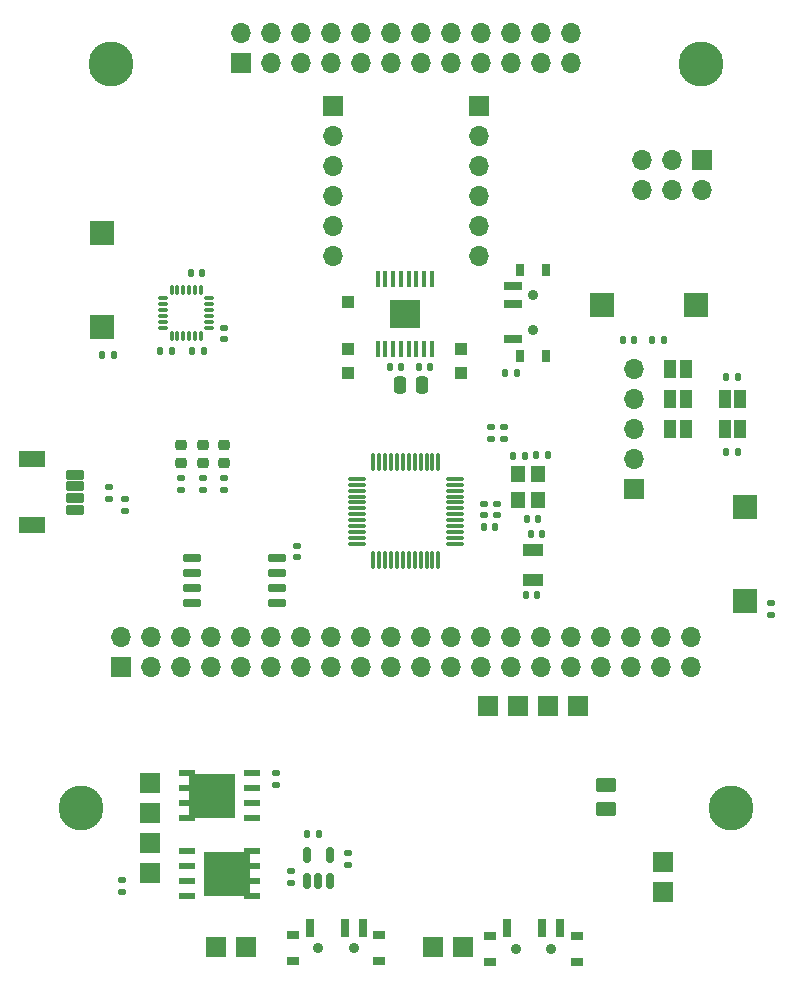
<source format=gts>
%TF.GenerationSoftware,KiCad,Pcbnew,(6.0.0-0)*%
%TF.CreationDate,2022-06-01T15:58:03+02:00*%
%TF.ProjectId,Zumo_PiZero,5a756d6f-5f50-4695-9a65-726f2e6b6963,rev?*%
%TF.SameCoordinates,Original*%
%TF.FileFunction,Soldermask,Top*%
%TF.FilePolarity,Negative*%
%FSLAX46Y46*%
G04 Gerber Fmt 4.6, Leading zero omitted, Abs format (unit mm)*
G04 Created by KiCad (PCBNEW (6.0.0-0)) date 2022-06-01 15:58:03*
%MOMM*%
%LPD*%
G01*
G04 APERTURE LIST*
G04 Aperture macros list*
%AMRoundRect*
0 Rectangle with rounded corners*
0 $1 Rounding radius*
0 $2 $3 $4 $5 $6 $7 $8 $9 X,Y pos of 4 corners*
0 Add a 4 corners polygon primitive as box body*
4,1,4,$2,$3,$4,$5,$6,$7,$8,$9,$2,$3,0*
0 Add four circle primitives for the rounded corners*
1,1,$1+$1,$2,$3*
1,1,$1+$1,$4,$5*
1,1,$1+$1,$6,$7*
1,1,$1+$1,$8,$9*
0 Add four rect primitives between the rounded corners*
20,1,$1+$1,$2,$3,$4,$5,0*
20,1,$1+$1,$4,$5,$6,$7,0*
20,1,$1+$1,$6,$7,$8,$9,0*
20,1,$1+$1,$8,$9,$2,$3,0*%
G04 Aperture macros list end*
%ADD10RoundRect,0.150000X-0.650000X-0.150000X0.650000X-0.150000X0.650000X0.150000X-0.650000X0.150000X0*%
%ADD11RoundRect,0.135000X-0.185000X0.135000X-0.185000X-0.135000X0.185000X-0.135000X0.185000X0.135000X0*%
%ADD12R,1.700000X1.700000*%
%ADD13RoundRect,0.250000X-0.625000X0.350000X-0.625000X-0.350000X0.625000X-0.350000X0.625000X0.350000X0*%
%ADD14C,3.800000*%
%ADD15RoundRect,0.140000X-0.140000X-0.170000X0.140000X-0.170000X0.140000X0.170000X-0.140000X0.170000X0*%
%ADD16RoundRect,0.135000X0.135000X0.185000X-0.135000X0.185000X-0.135000X-0.185000X0.135000X-0.185000X0*%
%ADD17RoundRect,0.101600X-0.674370X0.299720X-0.674370X-0.299720X0.674370X-0.299720X0.674370X0.299720X0*%
%ADD18RoundRect,0.101600X-0.999490X0.599440X-0.999490X-0.599440X0.999490X-0.599440X0.999490X0.599440X0*%
%ADD19R,0.449999X1.400000*%
%ADD20R,2.560000X2.460000*%
%ADD21RoundRect,0.140000X0.170000X-0.140000X0.170000X0.140000X-0.170000X0.140000X-0.170000X-0.140000X0*%
%ADD22RoundRect,0.140000X0.140000X0.170000X-0.140000X0.170000X-0.140000X-0.170000X0.140000X-0.170000X0*%
%ADD23R,1.200000X1.400000*%
%ADD24R,2.000000X2.000000*%
%ADD25O,1.700000X1.700000*%
%ADD26RoundRect,0.150000X0.150000X-0.512500X0.150000X0.512500X-0.150000X0.512500X-0.150000X-0.512500X0*%
%ADD27R,1.420000X0.610000*%
%ADD28R,3.910000X3.750000*%
%ADD29RoundRect,0.250000X-0.250000X-0.475000X0.250000X-0.475000X0.250000X0.475000X-0.250000X0.475000X0*%
%ADD30RoundRect,0.140000X-0.170000X0.140000X-0.170000X-0.140000X0.170000X-0.140000X0.170000X0.140000X0*%
%ADD31R,1.000000X1.000000*%
%ADD32C,0.900000*%
%ADD33R,1.000000X0.800000*%
%ADD34R,0.700000X1.500000*%
%ADD35RoundRect,0.135000X-0.135000X-0.185000X0.135000X-0.185000X0.135000X0.185000X-0.135000X0.185000X0*%
%ADD36RoundRect,0.135000X0.185000X-0.135000X0.185000X0.135000X-0.185000X0.135000X-0.185000X-0.135000X0*%
%ADD37RoundRect,0.218750X-0.256250X0.218750X-0.256250X-0.218750X0.256250X-0.218750X0.256250X0.218750X0*%
%ADD38RoundRect,0.075000X0.662500X0.075000X-0.662500X0.075000X-0.662500X-0.075000X0.662500X-0.075000X0*%
%ADD39RoundRect,0.075000X0.075000X0.662500X-0.075000X0.662500X-0.075000X-0.662500X0.075000X-0.662500X0*%
%ADD40RoundRect,0.075000X-0.350000X-0.075000X0.350000X-0.075000X0.350000X0.075000X-0.350000X0.075000X0*%
%ADD41RoundRect,0.075000X0.075000X-0.350000X0.075000X0.350000X-0.075000X0.350000X-0.075000X-0.350000X0*%
%ADD42R,1.000000X1.500000*%
%ADD43R,1.800000X1.000000*%
%ADD44R,0.800000X1.000000*%
%ADD45R,1.500000X0.700000*%
G04 APERTURE END LIST*
D10*
%TO.C,U6*%
X94922000Y-108213000D03*
X94922000Y-109483000D03*
X94922000Y-110753000D03*
X94922000Y-112023000D03*
X102122000Y-112023000D03*
X102122000Y-110753000D03*
X102122000Y-109483000D03*
X102122000Y-108213000D03*
%TD*%
D11*
%TO.C,R1*%
X89000000Y-135500000D03*
X89000000Y-136520000D03*
%TD*%
%TO.C,R11*%
X121349000Y-97173000D03*
X121349000Y-98193000D03*
%TD*%
D12*
%TO.C,U1*%
X134750000Y-136495000D03*
X134750000Y-133955000D03*
D13*
X129950000Y-129495000D03*
X129950000Y-127495000D03*
D12*
X127580000Y-120795000D03*
X125040000Y-120795000D03*
X122500000Y-120795000D03*
X119960000Y-120795000D03*
X91300000Y-127293000D03*
X91300000Y-129833000D03*
X91300000Y-132373000D03*
X91300000Y-134913000D03*
X96960000Y-141195000D03*
X99500000Y-141195000D03*
X115300000Y-141195000D03*
X117840000Y-141195000D03*
%TD*%
D14*
%TO.C,H1*%
X88000000Y-66400000D03*
%TD*%
%TO.C,H3*%
X140500000Y-129400000D03*
%TD*%
D11*
%TO.C,R7*%
X143957000Y-112049000D03*
X143957000Y-113069000D03*
%TD*%
D14*
%TO.C,H2*%
X138000000Y-66400000D03*
%TD*%
D15*
%TO.C,C5*%
X123163993Y-111403940D03*
X124123993Y-111403940D03*
%TD*%
%TO.C,C18*%
X114080000Y-92104999D03*
X115040000Y-92104999D03*
%TD*%
D16*
%TO.C,R6*%
X141160000Y-92919000D03*
X140140000Y-92919000D03*
%TD*%
D17*
%TO.C,J4*%
X85013285Y-101185400D03*
X85013285Y-102186160D03*
X85013285Y-103181840D03*
X85013285Y-104182600D03*
D18*
X81340445Y-105483080D03*
X81340445Y-99884920D03*
%TD*%
D19*
%TO.C,U7*%
X115174999Y-84625001D03*
X114524998Y-84625001D03*
X113874999Y-84625001D03*
X113224998Y-84625001D03*
X112574999Y-84625001D03*
X111924998Y-84625001D03*
X111274999Y-84625001D03*
X110624998Y-84625001D03*
X110624998Y-90525002D03*
X111274999Y-90525002D03*
X111924998Y-90525002D03*
X112574999Y-90525002D03*
X113224998Y-90525002D03*
X113874999Y-90525002D03*
X114524998Y-90525002D03*
X115174999Y-90525002D03*
D20*
X112900000Y-87575000D03*
%TD*%
D21*
%TO.C,C16*%
X103822000Y-108206000D03*
X103822000Y-107246000D03*
%TD*%
%TO.C,C1*%
X103250000Y-135750000D03*
X103250000Y-134790000D03*
%TD*%
D11*
%TO.C,R15*%
X95800000Y-101490000D03*
X95800000Y-102510000D03*
%TD*%
D22*
%TO.C,C12*%
X93175000Y-90747000D03*
X92215000Y-90747000D03*
%TD*%
D23*
%TO.C,Y1*%
X124205521Y-103376790D03*
X124205521Y-101176790D03*
X122505521Y-101176790D03*
X122505521Y-103376790D03*
%TD*%
D24*
%TO.C,SW3*%
X129603000Y-86855000D03*
X137603000Y-86855000D03*
%TD*%
D11*
%TO.C,R13*%
X94000000Y-101490000D03*
X94000000Y-102510000D03*
%TD*%
D22*
%TO.C,C9*%
X124513608Y-106254082D03*
X123553608Y-106254082D03*
%TD*%
D12*
%TO.C,J5*%
X106801000Y-69983000D03*
D25*
X106801000Y-72523000D03*
X106801000Y-75063000D03*
X106801000Y-77603000D03*
X106801000Y-80143000D03*
X106801000Y-82683000D03*
%TD*%
D26*
%TO.C,U2*%
X104650000Y-135637500D03*
X105600000Y-135637500D03*
X106550000Y-135637500D03*
X106550000Y-133362500D03*
X104650000Y-133362500D03*
%TD*%
D27*
%TO.C,D1*%
X94470000Y-133095000D03*
X94470000Y-134365000D03*
X94470000Y-135635000D03*
X94470000Y-136905000D03*
X99960000Y-136905000D03*
X99960000Y-135630000D03*
X99960000Y-134365000D03*
X99960000Y-133095000D03*
D28*
X97875000Y-135000000D03*
%TD*%
D29*
%TO.C,C17*%
X112500000Y-93641999D03*
X114400000Y-93641999D03*
%TD*%
D12*
%TO.C,J6*%
X119199000Y-69983000D03*
D25*
X119199000Y-72523000D03*
X119199000Y-75063000D03*
X119199000Y-77603000D03*
X119199000Y-80143000D03*
X119199000Y-82683000D03*
%TD*%
D30*
%TO.C,C13*%
X97608000Y-88738000D03*
X97608000Y-89698000D03*
%TD*%
D15*
%TO.C,C7*%
X124057097Y-99570692D03*
X125017097Y-99570692D03*
%TD*%
D31*
%TO.C,TP3*%
X117675000Y-90525000D03*
%TD*%
D15*
%TO.C,C19*%
X111629000Y-92110999D03*
X112589000Y-92110999D03*
%TD*%
D32*
%TO.C,SW2*%
X125300000Y-141330000D03*
X122300000Y-141330000D03*
D33*
X127450000Y-142430000D03*
X120150000Y-142430000D03*
X120150000Y-140220000D03*
X127450000Y-140220000D03*
D34*
X121550000Y-139570000D03*
X124550000Y-139570000D03*
X126050000Y-139570000D03*
%TD*%
D35*
%TO.C,R14*%
X121380000Y-92550000D03*
X122400000Y-92550000D03*
%TD*%
D24*
%TO.C,SW4*%
X141756000Y-111913000D03*
X141756000Y-103913000D03*
%TD*%
D22*
%TO.C,C4*%
X132333000Y-89784000D03*
X131373000Y-89784000D03*
%TD*%
D36*
%TO.C,R2*%
X102000000Y-127510000D03*
X102000000Y-126490000D03*
%TD*%
D16*
%TO.C,R5*%
X141160000Y-99269000D03*
X140140000Y-99269000D03*
%TD*%
D22*
%TO.C,C6*%
X124206000Y-104967000D03*
X123246000Y-104967000D03*
%TD*%
D37*
%TO.C,D5*%
X97600000Y-98675000D03*
X97600000Y-100250000D03*
%TD*%
D38*
%TO.C,U5*%
X117162500Y-107050000D03*
X117162500Y-106550000D03*
X117162500Y-106050000D03*
X117162500Y-105550000D03*
X117162500Y-105050000D03*
X117162500Y-104550000D03*
X117162500Y-104050000D03*
X117162500Y-103550000D03*
X117162500Y-103050000D03*
X117162500Y-102550000D03*
X117162500Y-102050000D03*
X117162500Y-101550000D03*
D39*
X115750000Y-100137500D03*
X115250000Y-100137500D03*
X114750000Y-100137500D03*
X114250000Y-100137500D03*
X113750000Y-100137500D03*
X113250000Y-100137500D03*
X112750000Y-100137500D03*
X112250000Y-100137500D03*
X111750000Y-100137500D03*
X111250000Y-100137500D03*
X110750000Y-100137500D03*
X110250000Y-100137500D03*
D38*
X108837500Y-101550000D03*
X108837500Y-102050000D03*
X108837500Y-102550000D03*
X108837500Y-103050000D03*
X108837500Y-103550000D03*
X108837500Y-104050000D03*
X108837500Y-104550000D03*
X108837500Y-105050000D03*
X108837500Y-105550000D03*
X108837500Y-106050000D03*
X108837500Y-106550000D03*
X108837500Y-107050000D03*
D39*
X110250000Y-108462500D03*
X110750000Y-108462500D03*
X111250000Y-108462500D03*
X111750000Y-108462500D03*
X112250000Y-108462500D03*
X112750000Y-108462500D03*
X113250000Y-108462500D03*
X113750000Y-108462500D03*
X114250000Y-108462500D03*
X114750000Y-108462500D03*
X115250000Y-108462500D03*
X115750000Y-108462500D03*
%TD*%
D35*
%TO.C,R8*%
X87280000Y-91100000D03*
X88300000Y-91100000D03*
%TD*%
D36*
%TO.C,R12*%
X120247000Y-98182000D03*
X120247000Y-97162000D03*
%TD*%
D40*
%TO.C,U4*%
X92466000Y-86244000D03*
X92466000Y-86744000D03*
X92466000Y-87244000D03*
X92466000Y-87744000D03*
X92466000Y-88244000D03*
X92466000Y-88744000D03*
D41*
X93166000Y-89444000D03*
X93666000Y-89444000D03*
X94166000Y-89444000D03*
X94666000Y-89444000D03*
X95166000Y-89444000D03*
X95666000Y-89444000D03*
D40*
X96366000Y-88744000D03*
X96366000Y-88244000D03*
X96366000Y-87744000D03*
X96366000Y-87244000D03*
X96366000Y-86744000D03*
X96366000Y-86244000D03*
D41*
X95666000Y-85544000D03*
X95166000Y-85544000D03*
X94666000Y-85544000D03*
X94166000Y-85544000D03*
X93666000Y-85544000D03*
X93166000Y-85544000D03*
%TD*%
D12*
%TO.C,J2*%
X138065000Y-74583000D03*
D25*
X138065000Y-77123000D03*
X135525000Y-74583000D03*
X135525000Y-77123000D03*
X132985000Y-74583000D03*
X132985000Y-77123000D03*
%TD*%
D22*
%TO.C,C15*%
X95750000Y-84150000D03*
X94790000Y-84150000D03*
%TD*%
D32*
%TO.C,SW1*%
X108600000Y-141300000D03*
D33*
X110750000Y-142400000D03*
X103450000Y-140190000D03*
D32*
X105600000Y-141300000D03*
D33*
X110750000Y-140190000D03*
X103450000Y-142400000D03*
D34*
X104850000Y-139540000D03*
X107850000Y-139540000D03*
X109350000Y-139540000D03*
%TD*%
D42*
%TO.C,JP5*%
X136685000Y-92284000D03*
X135385000Y-92284000D03*
%TD*%
%TO.C,JP1*%
X140000000Y-97364000D03*
X141300000Y-97364000D03*
%TD*%
D21*
%TO.C,C8*%
X120682500Y-104630000D03*
X120682500Y-103670000D03*
%TD*%
D14*
%TO.C,H4*%
X85500000Y-129400000D03*
%TD*%
D12*
%TO.C,U3*%
X88870000Y-117474000D03*
D25*
X88870000Y-114934000D03*
X91410000Y-117474000D03*
X91410000Y-114934000D03*
X93950000Y-117474000D03*
X93950000Y-114934000D03*
X96490000Y-117474000D03*
X96490000Y-114934000D03*
X99030000Y-117474000D03*
X99030000Y-114934000D03*
X101570000Y-117474000D03*
X101570000Y-114934000D03*
X104110000Y-117474000D03*
X104110000Y-114934000D03*
X106650000Y-117474000D03*
X106650000Y-114934000D03*
X109190000Y-117474000D03*
X109190000Y-114934000D03*
X111730000Y-117474000D03*
X111730000Y-114934000D03*
X114270000Y-117474000D03*
X114270000Y-114934000D03*
X116810000Y-117474000D03*
X116810000Y-114934000D03*
X119350000Y-117474000D03*
X119350000Y-114934000D03*
X121890000Y-117474000D03*
X121890000Y-114934000D03*
X124430000Y-117474000D03*
X124430000Y-114934000D03*
X126970000Y-117474000D03*
X126970000Y-114934000D03*
X129510000Y-117474000D03*
X129510000Y-114934000D03*
X132050000Y-117474000D03*
X132050000Y-114934000D03*
X134590000Y-117474000D03*
X134590000Y-114934000D03*
X137130000Y-117474000D03*
X137130000Y-114934000D03*
%TD*%
D30*
%TO.C,C2*%
X108100000Y-133250000D03*
X108100000Y-134210000D03*
%TD*%
D27*
%TO.C,D2*%
X99994500Y-130300036D03*
X99994500Y-129030036D03*
X99994500Y-127760036D03*
X99994500Y-126490036D03*
X94504500Y-126490036D03*
X94504500Y-127765036D03*
X94504500Y-129030036D03*
X94504500Y-130300036D03*
D28*
X96589500Y-128395036D03*
%TD*%
D43*
%TO.C,Y2*%
X123784000Y-110073000D03*
X123784000Y-107573000D03*
%TD*%
D42*
%TO.C,JP4*%
X136685000Y-94824000D03*
X135385000Y-94824000D03*
%TD*%
D12*
%TO.C,J3*%
X132333000Y-102444000D03*
D25*
X132333000Y-99904000D03*
X132333000Y-97364000D03*
X132333000Y-94824000D03*
X132333000Y-92284000D03*
%TD*%
D11*
%TO.C,R9*%
X87879000Y-102219000D03*
X87879000Y-103239000D03*
%TD*%
D35*
%TO.C,R3*%
X133812000Y-89784000D03*
X134832000Y-89784000D03*
%TD*%
D31*
%TO.C,TP2*%
X108125000Y-92625000D03*
%TD*%
D37*
%TO.C,D3*%
X94000000Y-98675000D03*
X94000000Y-100250000D03*
%TD*%
D31*
%TO.C,TP1*%
X117675000Y-92625000D03*
%TD*%
D42*
%TO.C,JP2*%
X140000000Y-94824000D03*
X141300000Y-94824000D03*
%TD*%
D31*
%TO.C,TP4*%
X108125000Y-90525000D03*
%TD*%
D21*
%TO.C,C10*%
X119620000Y-104630000D03*
X119620000Y-103670000D03*
%TD*%
D44*
%TO.C,SW6*%
X122694000Y-91133000D03*
X124904000Y-83833000D03*
X122694000Y-83833000D03*
D32*
X123804000Y-85983000D03*
X123804000Y-88983000D03*
D44*
X124904000Y-91133000D03*
D45*
X122044000Y-89733000D03*
X122044000Y-86733000D03*
X122044000Y-85233000D03*
%TD*%
D31*
%TO.C,TP5*%
X108125000Y-86600000D03*
%TD*%
D24*
%TO.C,SW5*%
X87300000Y-88700000D03*
X87300000Y-80700000D03*
%TD*%
D15*
%TO.C,C14*%
X94918000Y-90703000D03*
X95878000Y-90703000D03*
%TD*%
D11*
%TO.C,R10*%
X89189000Y-103217000D03*
X89189000Y-104237000D03*
%TD*%
D15*
%TO.C,C3*%
X104663000Y-131646000D03*
X105623000Y-131646000D03*
%TD*%
D16*
%TO.C,R4*%
X123094068Y-99582006D03*
X122074068Y-99582006D03*
%TD*%
D15*
%TO.C,C11*%
X119620000Y-105634000D03*
X120580000Y-105634000D03*
%TD*%
D42*
%TO.C,JP3*%
X136685000Y-97364000D03*
X135385000Y-97364000D03*
%TD*%
D11*
%TO.C,R16*%
X97600000Y-101490000D03*
X97600000Y-102510000D03*
%TD*%
D37*
%TO.C,D4*%
X95800000Y-98675000D03*
X95800000Y-100250000D03*
%TD*%
D12*
%TO.C,J1*%
X99030000Y-66350000D03*
D25*
X99030000Y-63810000D03*
X101570000Y-66350000D03*
X101570000Y-63810000D03*
X104110000Y-66350000D03*
X104110000Y-63810000D03*
X106650000Y-66350000D03*
X106650000Y-63810000D03*
X109190000Y-66350000D03*
X109190000Y-63810000D03*
X111730000Y-66350000D03*
X111730000Y-63810000D03*
X114270000Y-66350000D03*
X114270000Y-63810000D03*
X116810000Y-66350000D03*
X116810000Y-63810000D03*
X119350000Y-66350000D03*
X119350000Y-63810000D03*
X121890000Y-66350000D03*
X121890000Y-63810000D03*
X124430000Y-66350000D03*
X124430000Y-63810000D03*
X126970000Y-66350000D03*
X126970000Y-63810000D03*
%TD*%
M02*

</source>
